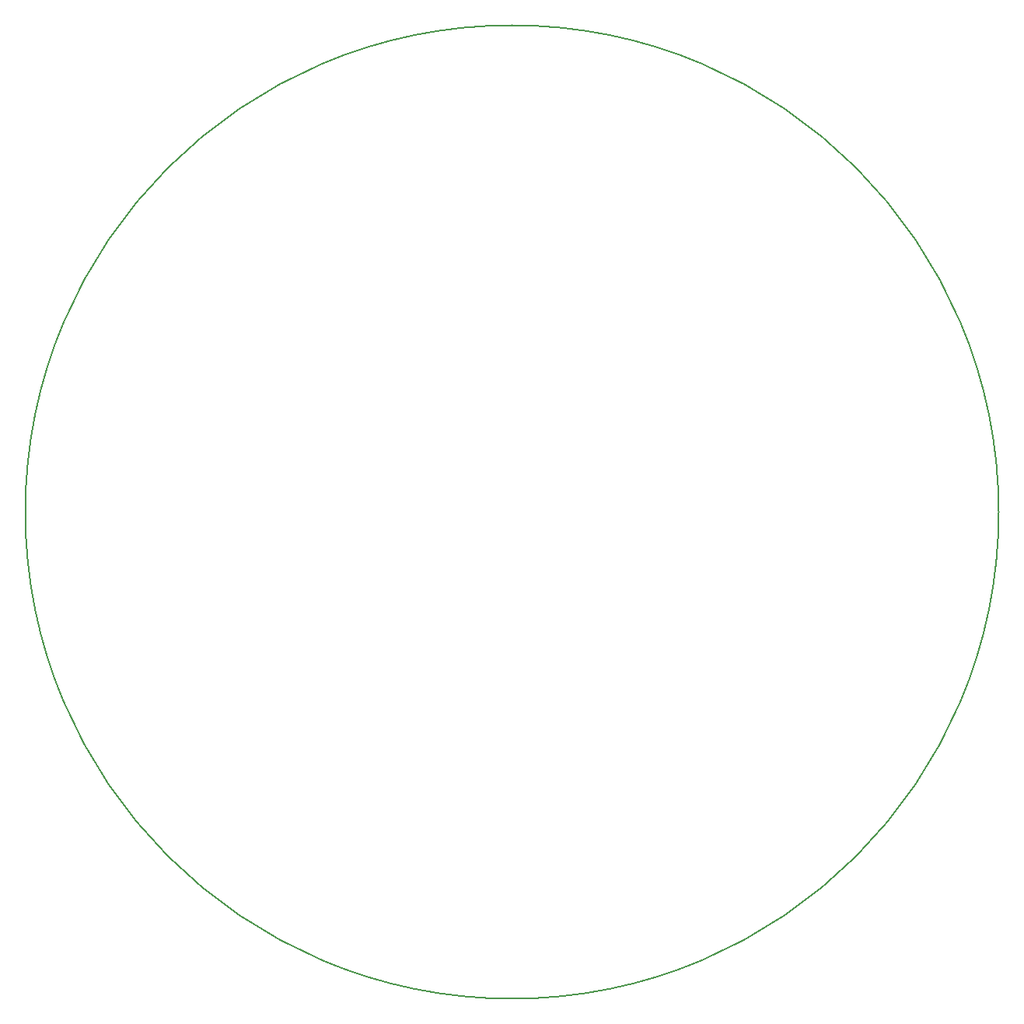
<source format=gbr>
G04 #@! TF.GenerationSoftware,KiCad,Pcbnew,(5.1.2-1)-1*
G04 #@! TF.CreationDate,2019-08-06T22:00:45+02:00*
G04 #@! TF.ProjectId,RGB-Controller#R,5247422d-436f-46e7-9472-6f6c6c657223,rev?*
G04 #@! TF.SameCoordinates,Original*
G04 #@! TF.FileFunction,Profile,NP*
%FSLAX46Y46*%
G04 Gerber Fmt 4.6, Leading zero omitted, Abs format (unit mm)*
G04 Created by KiCad (PCBNEW (5.1.2-1)-1) date 2019-08-06 22:00:45*
%MOMM*%
%LPD*%
G04 APERTURE LIST*
%ADD10C,0.200000*%
G04 APERTURE END LIST*
D10*
X201260000Y-99550000D02*
G75*
G03X201260000Y-99550000I-53000000J0D01*
G01*
M02*

</source>
